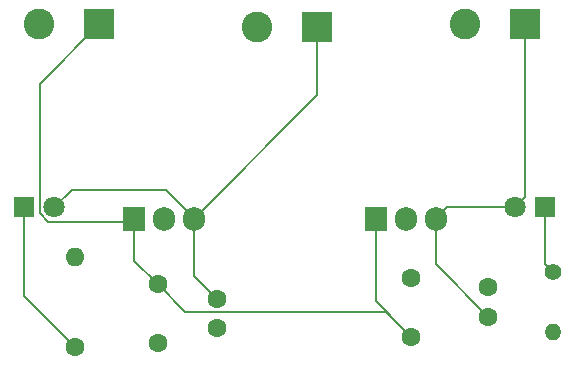
<source format=gbr>
%TF.GenerationSoftware,KiCad,Pcbnew,8.0.6*%
%TF.CreationDate,2024-11-04T14:24:17-05:00*%
%TF.ProjectId,Voltage regulator 5 and 9V,566f6c74-6167-4652-9072-6567756c6174,rev?*%
%TF.SameCoordinates,Original*%
%TF.FileFunction,Copper,L1,Top*%
%TF.FilePolarity,Positive*%
%FSLAX46Y46*%
G04 Gerber Fmt 4.6, Leading zero omitted, Abs format (unit mm)*
G04 Created by KiCad (PCBNEW 8.0.6) date 2024-11-04 14:24:17*
%MOMM*%
%LPD*%
G01*
G04 APERTURE LIST*
%TA.AperFunction,ComponentPad*%
%ADD10R,1.905000X2.000000*%
%TD*%
%TA.AperFunction,ComponentPad*%
%ADD11O,1.905000X2.000000*%
%TD*%
%TA.AperFunction,ComponentPad*%
%ADD12O,1.600000X1.600000*%
%TD*%
%TA.AperFunction,ComponentPad*%
%ADD13C,1.600000*%
%TD*%
%TA.AperFunction,ComponentPad*%
%ADD14C,1.400000*%
%TD*%
%TA.AperFunction,ComponentPad*%
%ADD15O,1.400000X1.400000*%
%TD*%
%TA.AperFunction,ComponentPad*%
%ADD16R,2.600000X2.600000*%
%TD*%
%TA.AperFunction,ComponentPad*%
%ADD17C,2.600000*%
%TD*%
%TA.AperFunction,ComponentPad*%
%ADD18R,1.800000X1.800000*%
%TD*%
%TA.AperFunction,ComponentPad*%
%ADD19C,1.800000*%
%TD*%
%TA.AperFunction,Conductor*%
%ADD20C,0.200000*%
%TD*%
G04 APERTURE END LIST*
D10*
%TO.P,U2,1,IN*%
%TO.N,+12V*%
X146960000Y-74445000D03*
D11*
%TO.P,U2,2,GND*%
%TO.N,GND*%
X149500000Y-74445000D03*
%TO.P,U2,3,OUT*%
%TO.N,/5V Out*%
X152040000Y-74445000D03*
%TD*%
D10*
%TO.P,U1,1,IN*%
%TO.N,+12V*%
X126500000Y-74445000D03*
D11*
%TO.P,U1,2,GND*%
%TO.N,GND*%
X129040000Y-74445000D03*
%TO.P,U1,3,OUT*%
%TO.N,/9V Out*%
X131580000Y-74445000D03*
%TD*%
D12*
%TO.P,R2,2*%
%TO.N,GND*%
X121500000Y-77690000D03*
D13*
%TO.P,R2,1*%
%TO.N,Net-(D1-K)*%
X121500000Y-85310000D03*
%TD*%
D14*
%TO.P,R1,1*%
%TO.N,Net-(D2-K)*%
X162000000Y-79000000D03*
D15*
%TO.P,R1,2*%
%TO.N,GND*%
X162000000Y-84080000D03*
%TD*%
D16*
%TO.P,J3,1,Pin_1*%
%TO.N,+12V*%
X123580000Y-58000000D03*
D17*
%TO.P,J3,2,Pin_2*%
%TO.N,GND*%
X118500000Y-58000000D03*
%TD*%
D16*
%TO.P,J2,1,Pin_1*%
%TO.N,/9V Out*%
X142045000Y-58195000D03*
D17*
%TO.P,J2,2,Pin_2*%
%TO.N,GND*%
X136965000Y-58195000D03*
%TD*%
D16*
%TO.P,J1,1,Pin_1*%
%TO.N,/5V Out*%
X159580000Y-58000000D03*
D17*
%TO.P,J1,2,Pin_2*%
%TO.N,GND*%
X154500000Y-58000000D03*
%TD*%
D18*
%TO.P,D2,1,K*%
%TO.N,Net-(D2-K)*%
X161275000Y-73500000D03*
D19*
%TO.P,D2,2,A*%
%TO.N,/5V Out*%
X158735000Y-73500000D03*
%TD*%
D18*
%TO.P,D1,1,K*%
%TO.N,Net-(D1-K)*%
X117225000Y-73500000D03*
D19*
%TO.P,D1,2,A*%
%TO.N,/9V Out*%
X119765000Y-73500000D03*
%TD*%
D13*
%TO.P,C4,2*%
%TO.N,GND*%
X156500000Y-80250000D03*
%TO.P,C4,1*%
%TO.N,/5V Out*%
X156500000Y-82750000D03*
%TD*%
%TO.P,C3,2*%
%TO.N,GND*%
X133500000Y-83750000D03*
%TO.P,C3,1*%
%TO.N,/9V Out*%
X133500000Y-81250000D03*
%TD*%
%TO.P,C2,1*%
%TO.N,+12V*%
X128500000Y-80000000D03*
%TO.P,C2,2*%
%TO.N,GND*%
X128500000Y-85000000D03*
%TD*%
%TO.P,C1,1*%
%TO.N,+12V*%
X150000000Y-84500000D03*
%TO.P,C1,2*%
%TO.N,GND*%
X150000000Y-79500000D03*
%TD*%
D20*
%TO.N,Net-(D2-K)*%
X161275000Y-78275000D02*
X162000000Y-79000000D01*
X161275000Y-73500000D02*
X161275000Y-78275000D01*
%TO.N,Net-(D1-K)*%
X117225000Y-81035000D02*
X121500000Y-85310000D01*
X117225000Y-73500000D02*
X117225000Y-81035000D01*
%TO.N,+12V*%
X130850000Y-82350000D02*
X128500000Y-80000000D01*
X150000000Y-84500000D02*
X147850000Y-82350000D01*
X147850000Y-82350000D02*
X130850000Y-82350000D01*
X146960000Y-81460000D02*
X150000000Y-84500000D01*
X146960000Y-74445000D02*
X146960000Y-81460000D01*
X126500000Y-78000000D02*
X128500000Y-80000000D01*
X126500000Y-74445000D02*
X126500000Y-78000000D01*
X119267943Y-74700000D02*
X126245000Y-74700000D01*
X126245000Y-74700000D02*
X126500000Y-74445000D01*
X118565000Y-73997057D02*
X119267943Y-74700000D01*
X123580000Y-58000000D02*
X118565000Y-63015000D01*
X118565000Y-63015000D02*
X118565000Y-73997057D01*
%TO.N,/9V Out*%
X131580000Y-79330000D02*
X133500000Y-81250000D01*
X131580000Y-74445000D02*
X131580000Y-79330000D01*
X121265000Y-72000000D02*
X119765000Y-73500000D01*
X129182500Y-72000000D02*
X121265000Y-72000000D01*
X131580000Y-74397500D02*
X129182500Y-72000000D01*
X131580000Y-74445000D02*
X131580000Y-74397500D01*
X142045000Y-63980000D02*
X131580000Y-74445000D01*
X142045000Y-58195000D02*
X142045000Y-63980000D01*
%TO.N,/5V Out*%
X152040000Y-78290000D02*
X156500000Y-82750000D01*
X152040000Y-74445000D02*
X152040000Y-78290000D01*
X152985000Y-73500000D02*
X152040000Y-74445000D01*
X158735000Y-73500000D02*
X152985000Y-73500000D01*
X159580000Y-72655000D02*
X158735000Y-73500000D01*
X159580000Y-58000000D02*
X159580000Y-72655000D01*
%TD*%
M02*

</source>
